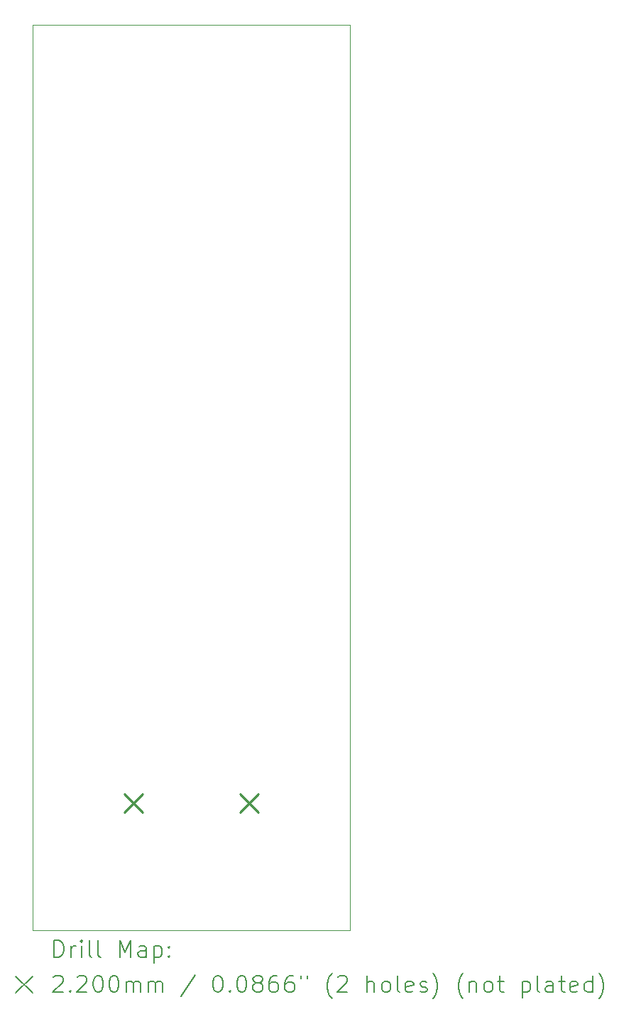
<source format=gbr>
%TF.GenerationSoftware,KiCad,Pcbnew,7.0.8*%
%TF.CreationDate,2024-09-22T22:05:30-04:00*%
%TF.ProjectId,lichen-bifocals-control-board,6c696368-656e-42d6-9269-666f63616c73,1.0*%
%TF.SameCoordinates,Original*%
%TF.FileFunction,Drillmap*%
%TF.FilePolarity,Positive*%
%FSLAX45Y45*%
G04 Gerber Fmt 4.5, Leading zero omitted, Abs format (unit mm)*
G04 Created by KiCad (PCBNEW 7.0.8) date 2024-09-22 22:05:30*
%MOMM*%
%LPD*%
G01*
G04 APERTURE LIST*
%ADD10C,0.100000*%
%ADD11C,0.200000*%
%ADD12C,0.220000*%
G04 APERTURE END LIST*
D10*
X10125000Y-11025000D02*
X13905000Y-11025000D01*
X13905000Y-21825000D01*
X10125000Y-21825000D01*
X10125000Y-11025000D01*
D11*
D12*
X11212300Y-20197700D02*
X11432300Y-20417700D01*
X11432300Y-20197700D02*
X11212300Y-20417700D01*
X12597700Y-20197700D02*
X12817700Y-20417700D01*
X12817700Y-20197700D02*
X12597700Y-20417700D01*
D11*
X10380777Y-22141484D02*
X10380777Y-21941484D01*
X10380777Y-21941484D02*
X10428396Y-21941484D01*
X10428396Y-21941484D02*
X10456967Y-21951008D01*
X10456967Y-21951008D02*
X10476015Y-21970055D01*
X10476015Y-21970055D02*
X10485539Y-21989103D01*
X10485539Y-21989103D02*
X10495063Y-22027198D01*
X10495063Y-22027198D02*
X10495063Y-22055770D01*
X10495063Y-22055770D02*
X10485539Y-22093865D01*
X10485539Y-22093865D02*
X10476015Y-22112912D01*
X10476015Y-22112912D02*
X10456967Y-22131960D01*
X10456967Y-22131960D02*
X10428396Y-22141484D01*
X10428396Y-22141484D02*
X10380777Y-22141484D01*
X10580777Y-22141484D02*
X10580777Y-22008150D01*
X10580777Y-22046246D02*
X10590301Y-22027198D01*
X10590301Y-22027198D02*
X10599824Y-22017674D01*
X10599824Y-22017674D02*
X10618872Y-22008150D01*
X10618872Y-22008150D02*
X10637920Y-22008150D01*
X10704586Y-22141484D02*
X10704586Y-22008150D01*
X10704586Y-21941484D02*
X10695063Y-21951008D01*
X10695063Y-21951008D02*
X10704586Y-21960531D01*
X10704586Y-21960531D02*
X10714110Y-21951008D01*
X10714110Y-21951008D02*
X10704586Y-21941484D01*
X10704586Y-21941484D02*
X10704586Y-21960531D01*
X10828396Y-22141484D02*
X10809348Y-22131960D01*
X10809348Y-22131960D02*
X10799824Y-22112912D01*
X10799824Y-22112912D02*
X10799824Y-21941484D01*
X10933158Y-22141484D02*
X10914110Y-22131960D01*
X10914110Y-22131960D02*
X10904586Y-22112912D01*
X10904586Y-22112912D02*
X10904586Y-21941484D01*
X11161729Y-22141484D02*
X11161729Y-21941484D01*
X11161729Y-21941484D02*
X11228396Y-22084341D01*
X11228396Y-22084341D02*
X11295062Y-21941484D01*
X11295062Y-21941484D02*
X11295062Y-22141484D01*
X11476015Y-22141484D02*
X11476015Y-22036722D01*
X11476015Y-22036722D02*
X11466491Y-22017674D01*
X11466491Y-22017674D02*
X11447443Y-22008150D01*
X11447443Y-22008150D02*
X11409348Y-22008150D01*
X11409348Y-22008150D02*
X11390301Y-22017674D01*
X11476015Y-22131960D02*
X11456967Y-22141484D01*
X11456967Y-22141484D02*
X11409348Y-22141484D01*
X11409348Y-22141484D02*
X11390301Y-22131960D01*
X11390301Y-22131960D02*
X11380777Y-22112912D01*
X11380777Y-22112912D02*
X11380777Y-22093865D01*
X11380777Y-22093865D02*
X11390301Y-22074817D01*
X11390301Y-22074817D02*
X11409348Y-22065293D01*
X11409348Y-22065293D02*
X11456967Y-22065293D01*
X11456967Y-22065293D02*
X11476015Y-22055770D01*
X11571253Y-22008150D02*
X11571253Y-22208150D01*
X11571253Y-22017674D02*
X11590301Y-22008150D01*
X11590301Y-22008150D02*
X11628396Y-22008150D01*
X11628396Y-22008150D02*
X11647443Y-22017674D01*
X11647443Y-22017674D02*
X11656967Y-22027198D01*
X11656967Y-22027198D02*
X11666491Y-22046246D01*
X11666491Y-22046246D02*
X11666491Y-22103389D01*
X11666491Y-22103389D02*
X11656967Y-22122436D01*
X11656967Y-22122436D02*
X11647443Y-22131960D01*
X11647443Y-22131960D02*
X11628396Y-22141484D01*
X11628396Y-22141484D02*
X11590301Y-22141484D01*
X11590301Y-22141484D02*
X11571253Y-22131960D01*
X11752205Y-22122436D02*
X11761729Y-22131960D01*
X11761729Y-22131960D02*
X11752205Y-22141484D01*
X11752205Y-22141484D02*
X11742682Y-22131960D01*
X11742682Y-22131960D02*
X11752205Y-22122436D01*
X11752205Y-22122436D02*
X11752205Y-22141484D01*
X11752205Y-22017674D02*
X11761729Y-22027198D01*
X11761729Y-22027198D02*
X11752205Y-22036722D01*
X11752205Y-22036722D02*
X11742682Y-22027198D01*
X11742682Y-22027198D02*
X11752205Y-22017674D01*
X11752205Y-22017674D02*
X11752205Y-22036722D01*
X9920000Y-22370000D02*
X10120000Y-22570000D01*
X10120000Y-22370000D02*
X9920000Y-22570000D01*
X10371253Y-22380531D02*
X10380777Y-22371008D01*
X10380777Y-22371008D02*
X10399824Y-22361484D01*
X10399824Y-22361484D02*
X10447444Y-22361484D01*
X10447444Y-22361484D02*
X10466491Y-22371008D01*
X10466491Y-22371008D02*
X10476015Y-22380531D01*
X10476015Y-22380531D02*
X10485539Y-22399579D01*
X10485539Y-22399579D02*
X10485539Y-22418627D01*
X10485539Y-22418627D02*
X10476015Y-22447198D01*
X10476015Y-22447198D02*
X10361729Y-22561484D01*
X10361729Y-22561484D02*
X10485539Y-22561484D01*
X10571253Y-22542436D02*
X10580777Y-22551960D01*
X10580777Y-22551960D02*
X10571253Y-22561484D01*
X10571253Y-22561484D02*
X10561729Y-22551960D01*
X10561729Y-22551960D02*
X10571253Y-22542436D01*
X10571253Y-22542436D02*
X10571253Y-22561484D01*
X10656967Y-22380531D02*
X10666491Y-22371008D01*
X10666491Y-22371008D02*
X10685539Y-22361484D01*
X10685539Y-22361484D02*
X10733158Y-22361484D01*
X10733158Y-22361484D02*
X10752205Y-22371008D01*
X10752205Y-22371008D02*
X10761729Y-22380531D01*
X10761729Y-22380531D02*
X10771253Y-22399579D01*
X10771253Y-22399579D02*
X10771253Y-22418627D01*
X10771253Y-22418627D02*
X10761729Y-22447198D01*
X10761729Y-22447198D02*
X10647444Y-22561484D01*
X10647444Y-22561484D02*
X10771253Y-22561484D01*
X10895063Y-22361484D02*
X10914110Y-22361484D01*
X10914110Y-22361484D02*
X10933158Y-22371008D01*
X10933158Y-22371008D02*
X10942682Y-22380531D01*
X10942682Y-22380531D02*
X10952205Y-22399579D01*
X10952205Y-22399579D02*
X10961729Y-22437674D01*
X10961729Y-22437674D02*
X10961729Y-22485293D01*
X10961729Y-22485293D02*
X10952205Y-22523388D01*
X10952205Y-22523388D02*
X10942682Y-22542436D01*
X10942682Y-22542436D02*
X10933158Y-22551960D01*
X10933158Y-22551960D02*
X10914110Y-22561484D01*
X10914110Y-22561484D02*
X10895063Y-22561484D01*
X10895063Y-22561484D02*
X10876015Y-22551960D01*
X10876015Y-22551960D02*
X10866491Y-22542436D01*
X10866491Y-22542436D02*
X10856967Y-22523388D01*
X10856967Y-22523388D02*
X10847444Y-22485293D01*
X10847444Y-22485293D02*
X10847444Y-22437674D01*
X10847444Y-22437674D02*
X10856967Y-22399579D01*
X10856967Y-22399579D02*
X10866491Y-22380531D01*
X10866491Y-22380531D02*
X10876015Y-22371008D01*
X10876015Y-22371008D02*
X10895063Y-22361484D01*
X11085539Y-22361484D02*
X11104586Y-22361484D01*
X11104586Y-22361484D02*
X11123634Y-22371008D01*
X11123634Y-22371008D02*
X11133158Y-22380531D01*
X11133158Y-22380531D02*
X11142682Y-22399579D01*
X11142682Y-22399579D02*
X11152205Y-22437674D01*
X11152205Y-22437674D02*
X11152205Y-22485293D01*
X11152205Y-22485293D02*
X11142682Y-22523388D01*
X11142682Y-22523388D02*
X11133158Y-22542436D01*
X11133158Y-22542436D02*
X11123634Y-22551960D01*
X11123634Y-22551960D02*
X11104586Y-22561484D01*
X11104586Y-22561484D02*
X11085539Y-22561484D01*
X11085539Y-22561484D02*
X11066491Y-22551960D01*
X11066491Y-22551960D02*
X11056967Y-22542436D01*
X11056967Y-22542436D02*
X11047444Y-22523388D01*
X11047444Y-22523388D02*
X11037920Y-22485293D01*
X11037920Y-22485293D02*
X11037920Y-22437674D01*
X11037920Y-22437674D02*
X11047444Y-22399579D01*
X11047444Y-22399579D02*
X11056967Y-22380531D01*
X11056967Y-22380531D02*
X11066491Y-22371008D01*
X11066491Y-22371008D02*
X11085539Y-22361484D01*
X11237920Y-22561484D02*
X11237920Y-22428150D01*
X11237920Y-22447198D02*
X11247443Y-22437674D01*
X11247443Y-22437674D02*
X11266491Y-22428150D01*
X11266491Y-22428150D02*
X11295063Y-22428150D01*
X11295063Y-22428150D02*
X11314110Y-22437674D01*
X11314110Y-22437674D02*
X11323634Y-22456722D01*
X11323634Y-22456722D02*
X11323634Y-22561484D01*
X11323634Y-22456722D02*
X11333158Y-22437674D01*
X11333158Y-22437674D02*
X11352205Y-22428150D01*
X11352205Y-22428150D02*
X11380777Y-22428150D01*
X11380777Y-22428150D02*
X11399824Y-22437674D01*
X11399824Y-22437674D02*
X11409348Y-22456722D01*
X11409348Y-22456722D02*
X11409348Y-22561484D01*
X11504586Y-22561484D02*
X11504586Y-22428150D01*
X11504586Y-22447198D02*
X11514110Y-22437674D01*
X11514110Y-22437674D02*
X11533158Y-22428150D01*
X11533158Y-22428150D02*
X11561729Y-22428150D01*
X11561729Y-22428150D02*
X11580777Y-22437674D01*
X11580777Y-22437674D02*
X11590301Y-22456722D01*
X11590301Y-22456722D02*
X11590301Y-22561484D01*
X11590301Y-22456722D02*
X11599824Y-22437674D01*
X11599824Y-22437674D02*
X11618872Y-22428150D01*
X11618872Y-22428150D02*
X11647443Y-22428150D01*
X11647443Y-22428150D02*
X11666491Y-22437674D01*
X11666491Y-22437674D02*
X11676015Y-22456722D01*
X11676015Y-22456722D02*
X11676015Y-22561484D01*
X12066491Y-22351960D02*
X11895063Y-22609103D01*
X12323634Y-22361484D02*
X12342682Y-22361484D01*
X12342682Y-22361484D02*
X12361729Y-22371008D01*
X12361729Y-22371008D02*
X12371253Y-22380531D01*
X12371253Y-22380531D02*
X12380777Y-22399579D01*
X12380777Y-22399579D02*
X12390301Y-22437674D01*
X12390301Y-22437674D02*
X12390301Y-22485293D01*
X12390301Y-22485293D02*
X12380777Y-22523388D01*
X12380777Y-22523388D02*
X12371253Y-22542436D01*
X12371253Y-22542436D02*
X12361729Y-22551960D01*
X12361729Y-22551960D02*
X12342682Y-22561484D01*
X12342682Y-22561484D02*
X12323634Y-22561484D01*
X12323634Y-22561484D02*
X12304586Y-22551960D01*
X12304586Y-22551960D02*
X12295063Y-22542436D01*
X12295063Y-22542436D02*
X12285539Y-22523388D01*
X12285539Y-22523388D02*
X12276015Y-22485293D01*
X12276015Y-22485293D02*
X12276015Y-22437674D01*
X12276015Y-22437674D02*
X12285539Y-22399579D01*
X12285539Y-22399579D02*
X12295063Y-22380531D01*
X12295063Y-22380531D02*
X12304586Y-22371008D01*
X12304586Y-22371008D02*
X12323634Y-22361484D01*
X12476015Y-22542436D02*
X12485539Y-22551960D01*
X12485539Y-22551960D02*
X12476015Y-22561484D01*
X12476015Y-22561484D02*
X12466491Y-22551960D01*
X12466491Y-22551960D02*
X12476015Y-22542436D01*
X12476015Y-22542436D02*
X12476015Y-22561484D01*
X12609348Y-22361484D02*
X12628396Y-22361484D01*
X12628396Y-22361484D02*
X12647444Y-22371008D01*
X12647444Y-22371008D02*
X12656967Y-22380531D01*
X12656967Y-22380531D02*
X12666491Y-22399579D01*
X12666491Y-22399579D02*
X12676015Y-22437674D01*
X12676015Y-22437674D02*
X12676015Y-22485293D01*
X12676015Y-22485293D02*
X12666491Y-22523388D01*
X12666491Y-22523388D02*
X12656967Y-22542436D01*
X12656967Y-22542436D02*
X12647444Y-22551960D01*
X12647444Y-22551960D02*
X12628396Y-22561484D01*
X12628396Y-22561484D02*
X12609348Y-22561484D01*
X12609348Y-22561484D02*
X12590301Y-22551960D01*
X12590301Y-22551960D02*
X12580777Y-22542436D01*
X12580777Y-22542436D02*
X12571253Y-22523388D01*
X12571253Y-22523388D02*
X12561729Y-22485293D01*
X12561729Y-22485293D02*
X12561729Y-22437674D01*
X12561729Y-22437674D02*
X12571253Y-22399579D01*
X12571253Y-22399579D02*
X12580777Y-22380531D01*
X12580777Y-22380531D02*
X12590301Y-22371008D01*
X12590301Y-22371008D02*
X12609348Y-22361484D01*
X12790301Y-22447198D02*
X12771253Y-22437674D01*
X12771253Y-22437674D02*
X12761729Y-22428150D01*
X12761729Y-22428150D02*
X12752206Y-22409103D01*
X12752206Y-22409103D02*
X12752206Y-22399579D01*
X12752206Y-22399579D02*
X12761729Y-22380531D01*
X12761729Y-22380531D02*
X12771253Y-22371008D01*
X12771253Y-22371008D02*
X12790301Y-22361484D01*
X12790301Y-22361484D02*
X12828396Y-22361484D01*
X12828396Y-22361484D02*
X12847444Y-22371008D01*
X12847444Y-22371008D02*
X12856967Y-22380531D01*
X12856967Y-22380531D02*
X12866491Y-22399579D01*
X12866491Y-22399579D02*
X12866491Y-22409103D01*
X12866491Y-22409103D02*
X12856967Y-22428150D01*
X12856967Y-22428150D02*
X12847444Y-22437674D01*
X12847444Y-22437674D02*
X12828396Y-22447198D01*
X12828396Y-22447198D02*
X12790301Y-22447198D01*
X12790301Y-22447198D02*
X12771253Y-22456722D01*
X12771253Y-22456722D02*
X12761729Y-22466246D01*
X12761729Y-22466246D02*
X12752206Y-22485293D01*
X12752206Y-22485293D02*
X12752206Y-22523388D01*
X12752206Y-22523388D02*
X12761729Y-22542436D01*
X12761729Y-22542436D02*
X12771253Y-22551960D01*
X12771253Y-22551960D02*
X12790301Y-22561484D01*
X12790301Y-22561484D02*
X12828396Y-22561484D01*
X12828396Y-22561484D02*
X12847444Y-22551960D01*
X12847444Y-22551960D02*
X12856967Y-22542436D01*
X12856967Y-22542436D02*
X12866491Y-22523388D01*
X12866491Y-22523388D02*
X12866491Y-22485293D01*
X12866491Y-22485293D02*
X12856967Y-22466246D01*
X12856967Y-22466246D02*
X12847444Y-22456722D01*
X12847444Y-22456722D02*
X12828396Y-22447198D01*
X13037920Y-22361484D02*
X12999825Y-22361484D01*
X12999825Y-22361484D02*
X12980777Y-22371008D01*
X12980777Y-22371008D02*
X12971253Y-22380531D01*
X12971253Y-22380531D02*
X12952206Y-22409103D01*
X12952206Y-22409103D02*
X12942682Y-22447198D01*
X12942682Y-22447198D02*
X12942682Y-22523388D01*
X12942682Y-22523388D02*
X12952206Y-22542436D01*
X12952206Y-22542436D02*
X12961729Y-22551960D01*
X12961729Y-22551960D02*
X12980777Y-22561484D01*
X12980777Y-22561484D02*
X13018872Y-22561484D01*
X13018872Y-22561484D02*
X13037920Y-22551960D01*
X13037920Y-22551960D02*
X13047444Y-22542436D01*
X13047444Y-22542436D02*
X13056967Y-22523388D01*
X13056967Y-22523388D02*
X13056967Y-22475769D01*
X13056967Y-22475769D02*
X13047444Y-22456722D01*
X13047444Y-22456722D02*
X13037920Y-22447198D01*
X13037920Y-22447198D02*
X13018872Y-22437674D01*
X13018872Y-22437674D02*
X12980777Y-22437674D01*
X12980777Y-22437674D02*
X12961729Y-22447198D01*
X12961729Y-22447198D02*
X12952206Y-22456722D01*
X12952206Y-22456722D02*
X12942682Y-22475769D01*
X13228396Y-22361484D02*
X13190301Y-22361484D01*
X13190301Y-22361484D02*
X13171253Y-22371008D01*
X13171253Y-22371008D02*
X13161729Y-22380531D01*
X13161729Y-22380531D02*
X13142682Y-22409103D01*
X13142682Y-22409103D02*
X13133158Y-22447198D01*
X13133158Y-22447198D02*
X13133158Y-22523388D01*
X13133158Y-22523388D02*
X13142682Y-22542436D01*
X13142682Y-22542436D02*
X13152206Y-22551960D01*
X13152206Y-22551960D02*
X13171253Y-22561484D01*
X13171253Y-22561484D02*
X13209348Y-22561484D01*
X13209348Y-22561484D02*
X13228396Y-22551960D01*
X13228396Y-22551960D02*
X13237920Y-22542436D01*
X13237920Y-22542436D02*
X13247444Y-22523388D01*
X13247444Y-22523388D02*
X13247444Y-22475769D01*
X13247444Y-22475769D02*
X13237920Y-22456722D01*
X13237920Y-22456722D02*
X13228396Y-22447198D01*
X13228396Y-22447198D02*
X13209348Y-22437674D01*
X13209348Y-22437674D02*
X13171253Y-22437674D01*
X13171253Y-22437674D02*
X13152206Y-22447198D01*
X13152206Y-22447198D02*
X13142682Y-22456722D01*
X13142682Y-22456722D02*
X13133158Y-22475769D01*
X13323634Y-22361484D02*
X13323634Y-22399579D01*
X13399825Y-22361484D02*
X13399825Y-22399579D01*
X13695063Y-22637674D02*
X13685539Y-22628150D01*
X13685539Y-22628150D02*
X13666491Y-22599579D01*
X13666491Y-22599579D02*
X13656968Y-22580531D01*
X13656968Y-22580531D02*
X13647444Y-22551960D01*
X13647444Y-22551960D02*
X13637920Y-22504341D01*
X13637920Y-22504341D02*
X13637920Y-22466246D01*
X13637920Y-22466246D02*
X13647444Y-22418627D01*
X13647444Y-22418627D02*
X13656968Y-22390055D01*
X13656968Y-22390055D02*
X13666491Y-22371008D01*
X13666491Y-22371008D02*
X13685539Y-22342436D01*
X13685539Y-22342436D02*
X13695063Y-22332912D01*
X13761729Y-22380531D02*
X13771253Y-22371008D01*
X13771253Y-22371008D02*
X13790301Y-22361484D01*
X13790301Y-22361484D02*
X13837920Y-22361484D01*
X13837920Y-22361484D02*
X13856968Y-22371008D01*
X13856968Y-22371008D02*
X13866491Y-22380531D01*
X13866491Y-22380531D02*
X13876015Y-22399579D01*
X13876015Y-22399579D02*
X13876015Y-22418627D01*
X13876015Y-22418627D02*
X13866491Y-22447198D01*
X13866491Y-22447198D02*
X13752206Y-22561484D01*
X13752206Y-22561484D02*
X13876015Y-22561484D01*
X14114110Y-22561484D02*
X14114110Y-22361484D01*
X14199825Y-22561484D02*
X14199825Y-22456722D01*
X14199825Y-22456722D02*
X14190301Y-22437674D01*
X14190301Y-22437674D02*
X14171253Y-22428150D01*
X14171253Y-22428150D02*
X14142682Y-22428150D01*
X14142682Y-22428150D02*
X14123634Y-22437674D01*
X14123634Y-22437674D02*
X14114110Y-22447198D01*
X14323634Y-22561484D02*
X14304587Y-22551960D01*
X14304587Y-22551960D02*
X14295063Y-22542436D01*
X14295063Y-22542436D02*
X14285539Y-22523388D01*
X14285539Y-22523388D02*
X14285539Y-22466246D01*
X14285539Y-22466246D02*
X14295063Y-22447198D01*
X14295063Y-22447198D02*
X14304587Y-22437674D01*
X14304587Y-22437674D02*
X14323634Y-22428150D01*
X14323634Y-22428150D02*
X14352206Y-22428150D01*
X14352206Y-22428150D02*
X14371253Y-22437674D01*
X14371253Y-22437674D02*
X14380777Y-22447198D01*
X14380777Y-22447198D02*
X14390301Y-22466246D01*
X14390301Y-22466246D02*
X14390301Y-22523388D01*
X14390301Y-22523388D02*
X14380777Y-22542436D01*
X14380777Y-22542436D02*
X14371253Y-22551960D01*
X14371253Y-22551960D02*
X14352206Y-22561484D01*
X14352206Y-22561484D02*
X14323634Y-22561484D01*
X14504587Y-22561484D02*
X14485539Y-22551960D01*
X14485539Y-22551960D02*
X14476015Y-22532912D01*
X14476015Y-22532912D02*
X14476015Y-22361484D01*
X14656968Y-22551960D02*
X14637920Y-22561484D01*
X14637920Y-22561484D02*
X14599825Y-22561484D01*
X14599825Y-22561484D02*
X14580777Y-22551960D01*
X14580777Y-22551960D02*
X14571253Y-22532912D01*
X14571253Y-22532912D02*
X14571253Y-22456722D01*
X14571253Y-22456722D02*
X14580777Y-22437674D01*
X14580777Y-22437674D02*
X14599825Y-22428150D01*
X14599825Y-22428150D02*
X14637920Y-22428150D01*
X14637920Y-22428150D02*
X14656968Y-22437674D01*
X14656968Y-22437674D02*
X14666491Y-22456722D01*
X14666491Y-22456722D02*
X14666491Y-22475769D01*
X14666491Y-22475769D02*
X14571253Y-22494817D01*
X14742682Y-22551960D02*
X14761730Y-22561484D01*
X14761730Y-22561484D02*
X14799825Y-22561484D01*
X14799825Y-22561484D02*
X14818872Y-22551960D01*
X14818872Y-22551960D02*
X14828396Y-22532912D01*
X14828396Y-22532912D02*
X14828396Y-22523388D01*
X14828396Y-22523388D02*
X14818872Y-22504341D01*
X14818872Y-22504341D02*
X14799825Y-22494817D01*
X14799825Y-22494817D02*
X14771253Y-22494817D01*
X14771253Y-22494817D02*
X14752206Y-22485293D01*
X14752206Y-22485293D02*
X14742682Y-22466246D01*
X14742682Y-22466246D02*
X14742682Y-22456722D01*
X14742682Y-22456722D02*
X14752206Y-22437674D01*
X14752206Y-22437674D02*
X14771253Y-22428150D01*
X14771253Y-22428150D02*
X14799825Y-22428150D01*
X14799825Y-22428150D02*
X14818872Y-22437674D01*
X14895063Y-22637674D02*
X14904587Y-22628150D01*
X14904587Y-22628150D02*
X14923634Y-22599579D01*
X14923634Y-22599579D02*
X14933158Y-22580531D01*
X14933158Y-22580531D02*
X14942682Y-22551960D01*
X14942682Y-22551960D02*
X14952206Y-22504341D01*
X14952206Y-22504341D02*
X14952206Y-22466246D01*
X14952206Y-22466246D02*
X14942682Y-22418627D01*
X14942682Y-22418627D02*
X14933158Y-22390055D01*
X14933158Y-22390055D02*
X14923634Y-22371008D01*
X14923634Y-22371008D02*
X14904587Y-22342436D01*
X14904587Y-22342436D02*
X14895063Y-22332912D01*
X15256968Y-22637674D02*
X15247444Y-22628150D01*
X15247444Y-22628150D02*
X15228396Y-22599579D01*
X15228396Y-22599579D02*
X15218872Y-22580531D01*
X15218872Y-22580531D02*
X15209349Y-22551960D01*
X15209349Y-22551960D02*
X15199825Y-22504341D01*
X15199825Y-22504341D02*
X15199825Y-22466246D01*
X15199825Y-22466246D02*
X15209349Y-22418627D01*
X15209349Y-22418627D02*
X15218872Y-22390055D01*
X15218872Y-22390055D02*
X15228396Y-22371008D01*
X15228396Y-22371008D02*
X15247444Y-22342436D01*
X15247444Y-22342436D02*
X15256968Y-22332912D01*
X15333158Y-22428150D02*
X15333158Y-22561484D01*
X15333158Y-22447198D02*
X15342682Y-22437674D01*
X15342682Y-22437674D02*
X15361730Y-22428150D01*
X15361730Y-22428150D02*
X15390301Y-22428150D01*
X15390301Y-22428150D02*
X15409349Y-22437674D01*
X15409349Y-22437674D02*
X15418872Y-22456722D01*
X15418872Y-22456722D02*
X15418872Y-22561484D01*
X15542682Y-22561484D02*
X15523634Y-22551960D01*
X15523634Y-22551960D02*
X15514111Y-22542436D01*
X15514111Y-22542436D02*
X15504587Y-22523388D01*
X15504587Y-22523388D02*
X15504587Y-22466246D01*
X15504587Y-22466246D02*
X15514111Y-22447198D01*
X15514111Y-22447198D02*
X15523634Y-22437674D01*
X15523634Y-22437674D02*
X15542682Y-22428150D01*
X15542682Y-22428150D02*
X15571253Y-22428150D01*
X15571253Y-22428150D02*
X15590301Y-22437674D01*
X15590301Y-22437674D02*
X15599825Y-22447198D01*
X15599825Y-22447198D02*
X15609349Y-22466246D01*
X15609349Y-22466246D02*
X15609349Y-22523388D01*
X15609349Y-22523388D02*
X15599825Y-22542436D01*
X15599825Y-22542436D02*
X15590301Y-22551960D01*
X15590301Y-22551960D02*
X15571253Y-22561484D01*
X15571253Y-22561484D02*
X15542682Y-22561484D01*
X15666492Y-22428150D02*
X15742682Y-22428150D01*
X15695063Y-22361484D02*
X15695063Y-22532912D01*
X15695063Y-22532912D02*
X15704587Y-22551960D01*
X15704587Y-22551960D02*
X15723634Y-22561484D01*
X15723634Y-22561484D02*
X15742682Y-22561484D01*
X15961730Y-22428150D02*
X15961730Y-22628150D01*
X15961730Y-22437674D02*
X15980777Y-22428150D01*
X15980777Y-22428150D02*
X16018873Y-22428150D01*
X16018873Y-22428150D02*
X16037920Y-22437674D01*
X16037920Y-22437674D02*
X16047444Y-22447198D01*
X16047444Y-22447198D02*
X16056968Y-22466246D01*
X16056968Y-22466246D02*
X16056968Y-22523388D01*
X16056968Y-22523388D02*
X16047444Y-22542436D01*
X16047444Y-22542436D02*
X16037920Y-22551960D01*
X16037920Y-22551960D02*
X16018873Y-22561484D01*
X16018873Y-22561484D02*
X15980777Y-22561484D01*
X15980777Y-22561484D02*
X15961730Y-22551960D01*
X16171253Y-22561484D02*
X16152206Y-22551960D01*
X16152206Y-22551960D02*
X16142682Y-22532912D01*
X16142682Y-22532912D02*
X16142682Y-22361484D01*
X16333158Y-22561484D02*
X16333158Y-22456722D01*
X16333158Y-22456722D02*
X16323634Y-22437674D01*
X16323634Y-22437674D02*
X16304587Y-22428150D01*
X16304587Y-22428150D02*
X16266492Y-22428150D01*
X16266492Y-22428150D02*
X16247444Y-22437674D01*
X16333158Y-22551960D02*
X16314111Y-22561484D01*
X16314111Y-22561484D02*
X16266492Y-22561484D01*
X16266492Y-22561484D02*
X16247444Y-22551960D01*
X16247444Y-22551960D02*
X16237920Y-22532912D01*
X16237920Y-22532912D02*
X16237920Y-22513865D01*
X16237920Y-22513865D02*
X16247444Y-22494817D01*
X16247444Y-22494817D02*
X16266492Y-22485293D01*
X16266492Y-22485293D02*
X16314111Y-22485293D01*
X16314111Y-22485293D02*
X16333158Y-22475769D01*
X16399825Y-22428150D02*
X16476015Y-22428150D01*
X16428396Y-22361484D02*
X16428396Y-22532912D01*
X16428396Y-22532912D02*
X16437920Y-22551960D01*
X16437920Y-22551960D02*
X16456968Y-22561484D01*
X16456968Y-22561484D02*
X16476015Y-22561484D01*
X16618873Y-22551960D02*
X16599825Y-22561484D01*
X16599825Y-22561484D02*
X16561730Y-22561484D01*
X16561730Y-22561484D02*
X16542682Y-22551960D01*
X16542682Y-22551960D02*
X16533158Y-22532912D01*
X16533158Y-22532912D02*
X16533158Y-22456722D01*
X16533158Y-22456722D02*
X16542682Y-22437674D01*
X16542682Y-22437674D02*
X16561730Y-22428150D01*
X16561730Y-22428150D02*
X16599825Y-22428150D01*
X16599825Y-22428150D02*
X16618873Y-22437674D01*
X16618873Y-22437674D02*
X16628396Y-22456722D01*
X16628396Y-22456722D02*
X16628396Y-22475769D01*
X16628396Y-22475769D02*
X16533158Y-22494817D01*
X16799825Y-22561484D02*
X16799825Y-22361484D01*
X16799825Y-22551960D02*
X16780777Y-22561484D01*
X16780777Y-22561484D02*
X16742682Y-22561484D01*
X16742682Y-22561484D02*
X16723634Y-22551960D01*
X16723634Y-22551960D02*
X16714111Y-22542436D01*
X16714111Y-22542436D02*
X16704587Y-22523388D01*
X16704587Y-22523388D02*
X16704587Y-22466246D01*
X16704587Y-22466246D02*
X16714111Y-22447198D01*
X16714111Y-22447198D02*
X16723634Y-22437674D01*
X16723634Y-22437674D02*
X16742682Y-22428150D01*
X16742682Y-22428150D02*
X16780777Y-22428150D01*
X16780777Y-22428150D02*
X16799825Y-22437674D01*
X16876016Y-22637674D02*
X16885539Y-22628150D01*
X16885539Y-22628150D02*
X16904587Y-22599579D01*
X16904587Y-22599579D02*
X16914111Y-22580531D01*
X16914111Y-22580531D02*
X16923635Y-22551960D01*
X16923635Y-22551960D02*
X16933158Y-22504341D01*
X16933158Y-22504341D02*
X16933158Y-22466246D01*
X16933158Y-22466246D02*
X16923635Y-22418627D01*
X16923635Y-22418627D02*
X16914111Y-22390055D01*
X16914111Y-22390055D02*
X16904587Y-22371008D01*
X16904587Y-22371008D02*
X16885539Y-22342436D01*
X16885539Y-22342436D02*
X16876016Y-22332912D01*
M02*

</source>
